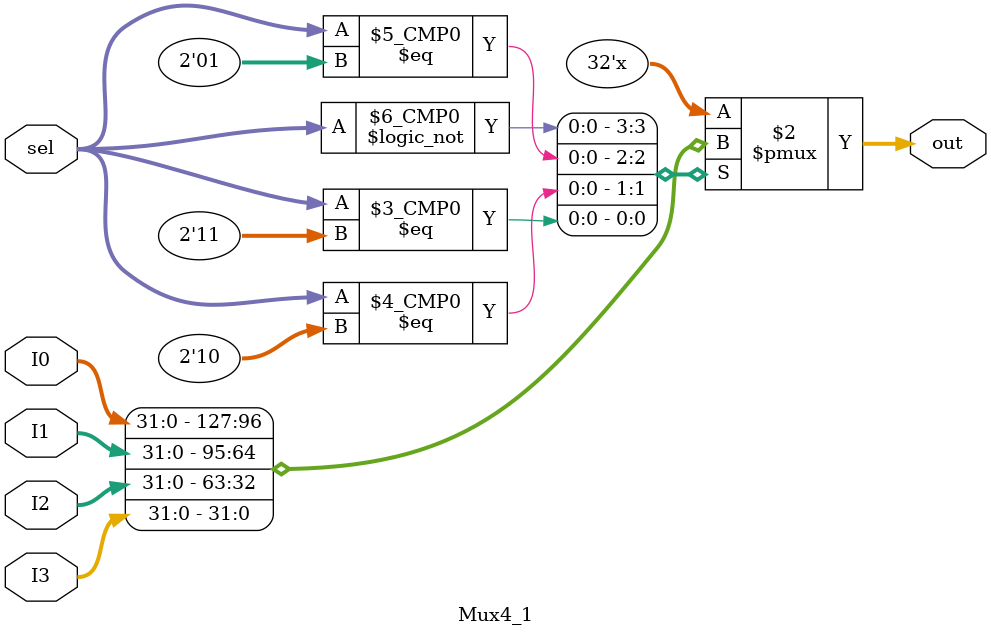
<source format=sv>
module Mux4_1(
    I0,
    I1,
    I2,
    I3,
    sel,
    out
);

input [31:0] I0,I1,I2,I3;
input [1:0] sel;
output logic [31:0] out;

always_comb begin
    unique case(sel)
        2'b00: out=I0;
        2'b01: out=I1;
        2'b10: out=I2;
        2'b11: out=I3;
    endcase
end

endmodule

</source>
